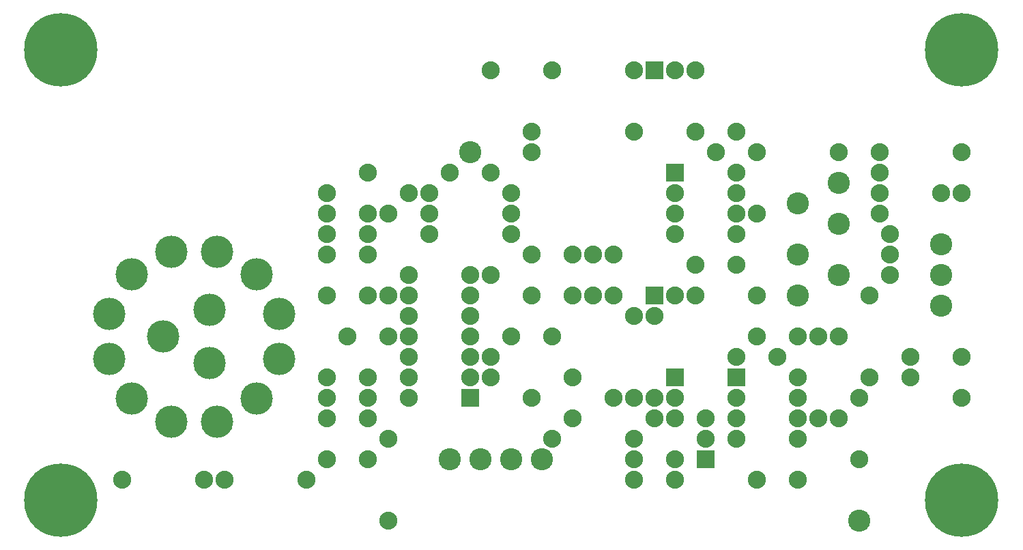
<source format=gbs>
%FSLAX23Y23*%
%MOIN*%
G70*
G01*
G75*
%ADD10C,0.100*%
%ADD11R,0.080X0.080*%
%ADD12C,0.080*%
%ADD13C,0.150*%
%ADD14C,0.350*%
%ADD15C,0.010*%
%ADD16C,0.040*%
%ADD17C,0.060*%
%ADD18C,0.008*%
%ADD19C,0.012*%
%ADD20C,0.005*%
%ADD21C,0.020*%
%ADD22C,0.006*%
%ADD23C,0.108*%
%ADD24R,0.088X0.088*%
%ADD25C,0.088*%
%ADD26C,0.158*%
%ADD27C,0.358*%
D23*
X9695Y7095D02*
D03*
X9845D02*
D03*
X9995D02*
D03*
X10145D02*
D03*
X12095Y8145D02*
D03*
Y7995D02*
D03*
Y7845D02*
D03*
X11695Y6795D02*
D03*
X9795Y8595D02*
D03*
X11595Y7995D02*
D03*
X11395Y8095D02*
D03*
Y7895D02*
D03*
X11595Y8445D02*
D03*
Y8245D02*
D03*
X11395Y8345D02*
D03*
D24*
X10795Y7495D02*
D03*
X10945Y7095D02*
D03*
X10695Y8995D02*
D03*
Y7895D02*
D03*
X11095Y7495D02*
D03*
X9795Y7395D02*
D03*
X10795Y8495D02*
D03*
D25*
Y7395D02*
D03*
Y7295D02*
D03*
X10945D02*
D03*
Y7195D02*
D03*
X10795Y8995D02*
D03*
X10895D02*
D03*
Y7895D02*
D03*
X10795D02*
D03*
X10095Y8095D02*
D03*
Y7895D02*
D03*
X9295D02*
D03*
X9095D02*
D03*
Y7095D02*
D03*
X9295D02*
D03*
X12195Y8395D02*
D03*
X12095D02*
D03*
X11945Y7495D02*
D03*
Y7595D02*
D03*
X11845Y7995D02*
D03*
Y8195D02*
D03*
Y8095D02*
D03*
X11795Y8395D02*
D03*
Y8495D02*
D03*
Y8295D02*
D03*
X11095Y7395D02*
D03*
Y7295D02*
D03*
Y7195D02*
D03*
X11395D02*
D03*
Y7295D02*
D03*
Y7395D02*
D03*
Y7495D02*
D03*
X9495Y7395D02*
D03*
Y7495D02*
D03*
Y7595D02*
D03*
Y7695D02*
D03*
Y7795D02*
D03*
Y7895D02*
D03*
Y7995D02*
D03*
X9795D02*
D03*
Y7895D02*
D03*
Y7795D02*
D03*
Y7695D02*
D03*
Y7595D02*
D03*
Y7495D02*
D03*
X9095D02*
D03*
X9295D02*
D03*
X12195Y8595D02*
D03*
X11795D02*
D03*
X11595Y7295D02*
D03*
Y7695D02*
D03*
X11495Y7295D02*
D03*
Y7695D02*
D03*
X11195Y8595D02*
D03*
X11595D02*
D03*
X11195Y7895D02*
D03*
Y8295D02*
D03*
X11745Y7895D02*
D03*
Y7495D02*
D03*
X11095Y8295D02*
D03*
X10795Y8195D02*
D03*
X9995D02*
D03*
X9595D02*
D03*
X9995Y7695D02*
D03*
X10195D02*
D03*
X10895Y8045D02*
D03*
X11095D02*
D03*
Y8695D02*
D03*
X10895D02*
D03*
X11195Y6995D02*
D03*
X11395D02*
D03*
X10495Y8095D02*
D03*
Y7895D02*
D03*
X9095Y8095D02*
D03*
X9295D02*
D03*
X9095Y8195D02*
D03*
X9295D02*
D03*
X9095Y8295D02*
D03*
X9295D02*
D03*
X9095Y7295D02*
D03*
X9295D02*
D03*
X9095Y7395D02*
D03*
X9295D02*
D03*
X10595Y7195D02*
D03*
X10195D02*
D03*
X10095Y7395D02*
D03*
X10495D02*
D03*
X10295Y7495D02*
D03*
X9895D02*
D03*
Y7595D02*
D03*
Y7995D02*
D03*
X9995Y8295D02*
D03*
X9595D02*
D03*
X9295Y8495D02*
D03*
X9695D02*
D03*
X8095Y6995D02*
D03*
X8495D02*
D03*
X8595D02*
D03*
X8995D02*
D03*
X9395Y7195D02*
D03*
Y6795D02*
D03*
X10795Y8395D02*
D03*
Y8295D02*
D03*
X11095Y8195D02*
D03*
Y8395D02*
D03*
Y8495D02*
D03*
X10695Y7295D02*
D03*
X10295D02*
D03*
X9195Y7695D02*
D03*
X9395D02*
D03*
X10295Y8095D02*
D03*
Y7895D02*
D03*
X9395Y8295D02*
D03*
Y7895D02*
D03*
X9595Y8395D02*
D03*
X9995D02*
D03*
X10395Y8095D02*
D03*
Y7895D02*
D03*
X11395Y7695D02*
D03*
X11195D02*
D03*
X9095Y8395D02*
D03*
X9495D02*
D03*
X12195Y7395D02*
D03*
Y7595D02*
D03*
X11695Y7395D02*
D03*
Y7095D02*
D03*
X10595D02*
D03*
X10795D02*
D03*
X9895Y8995D02*
D03*
Y8495D02*
D03*
X10095Y8595D02*
D03*
X10995D02*
D03*
X10595Y8995D02*
D03*
X10195D02*
D03*
X10095Y8695D02*
D03*
X10595D02*
D03*
X10695Y7795D02*
D03*
Y7395D02*
D03*
X10595D02*
D03*
Y6995D02*
D03*
X11095Y7595D02*
D03*
X11295D02*
D03*
X10595Y7795D02*
D03*
X10795Y6995D02*
D03*
D26*
X8556Y7280D02*
D03*
X8860Y7806D02*
D03*
X8556Y8110D02*
D03*
X8749Y7999D02*
D03*
X8334Y8110D02*
D03*
X8141Y7999D02*
D03*
X8334Y7280D02*
D03*
X8141Y7391D02*
D03*
X8860Y7584D02*
D03*
X8749Y7391D02*
D03*
X8030Y7806D02*
D03*
Y7584D02*
D03*
X8520Y7565D02*
D03*
X8295Y7695D02*
D03*
X8520Y7825D02*
D03*
D27*
X12195Y6895D02*
D03*
Y9095D02*
D03*
X7795Y6895D02*
D03*
Y9095D02*
D03*
M02*

</source>
